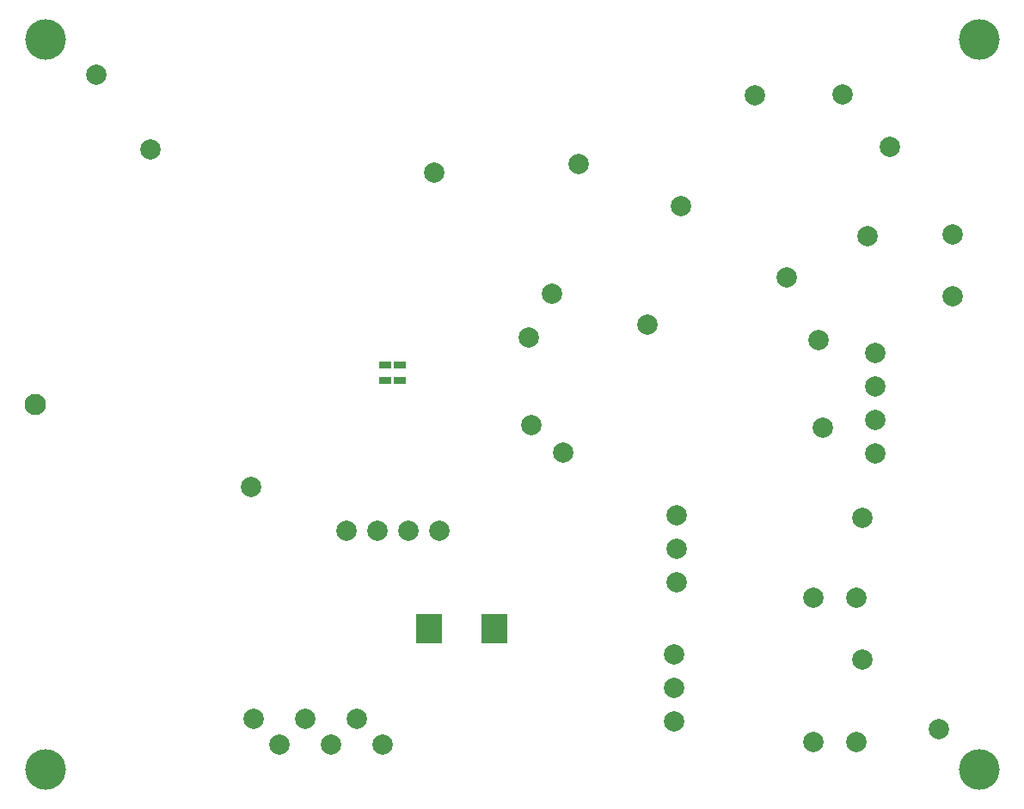
<source format=gbs>
G04 (created by PCBNEW (2013-07-07 BZR 4022)-stable) date Tue 03 Dec 2013 19:18:52 NZDT*
%MOIN*%
G04 Gerber Fmt 3.4, Leading zero omitted, Abs format*
%FSLAX34Y34*%
G01*
G70*
G90*
G04 APERTURE LIST*
%ADD10C,0.00590551*%
%ADD11C,0.0826772*%
%ADD12C,0.15748*%
%ADD13C,0.0787402*%
%ADD14R,0.045X0.025*%
%ADD15R,0.0984252X0.11811*%
G04 APERTURE END LIST*
G54D10*
G54D11*
X55511Y-69291D03*
G54D12*
X55905Y-55118D03*
G54D13*
X87350Y-76800D03*
X86811Y-57283D03*
X57874Y-56496D03*
X88650Y-59300D03*
X87800Y-62750D03*
X91100Y-62700D03*
X88100Y-71200D03*
X88100Y-69900D03*
X88100Y-68600D03*
X88100Y-67300D03*
X87600Y-73700D03*
X83423Y-57305D03*
X87350Y-82400D03*
X87600Y-79200D03*
X85900Y-66800D03*
X76600Y-59950D03*
X60000Y-59400D03*
X63900Y-72500D03*
X80550Y-61600D03*
X84650Y-64350D03*
X67600Y-74200D03*
X64000Y-81500D03*
X68800Y-74200D03*
X70000Y-74200D03*
X71200Y-74200D03*
X80300Y-80300D03*
X80300Y-81600D03*
X80300Y-79000D03*
X80400Y-74900D03*
X80400Y-76200D03*
X80400Y-73600D03*
X90551Y-81889D03*
X86050Y-70200D03*
X76000Y-71150D03*
X79250Y-66200D03*
X75550Y-65000D03*
X74650Y-66700D03*
X74750Y-70100D03*
X85700Y-76800D03*
X85700Y-82400D03*
X91100Y-65100D03*
X71000Y-60300D03*
X68000Y-81500D03*
X69000Y-82500D03*
X65000Y-82500D03*
X67000Y-82500D03*
X66000Y-81500D03*
G54D14*
X69100Y-68350D03*
X69100Y-67750D03*
X69650Y-68350D03*
X69650Y-67750D03*
G54D15*
X73329Y-78000D03*
X70770Y-78000D03*
G54D12*
X92125Y-55118D03*
X92125Y-83464D03*
X55905Y-83464D03*
M02*

</source>
